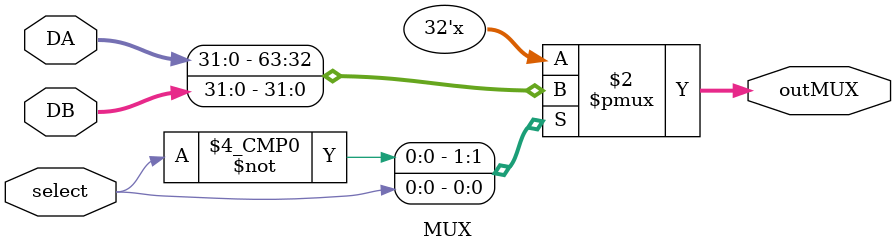
<source format=v>
module MUX(select, DA, DB, outMUX);

	input [31:0] DA, DB;
	input select;
	output reg[31:0] outMUX;
	
	always @ (*) begin
		case (select)
			1'b0: outMUX = DA;
			1'b1: outMUX = DB;
			1'bx: outMUX = 32'bx;
		endcase;
	end
endmodule
</source>
